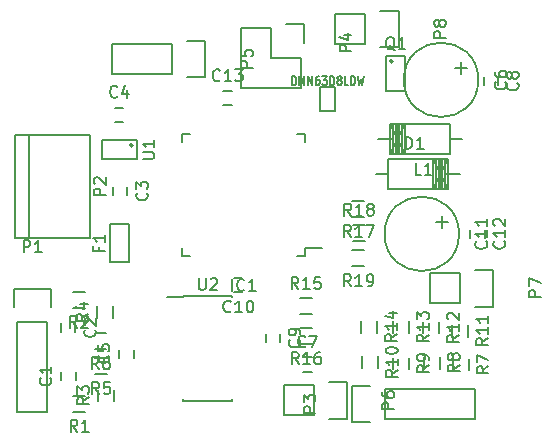
<source format=gbr>
G04 #@! TF.FileFunction,Legend,Top*
%FSLAX46Y46*%
G04 Gerber Fmt 4.6, Leading zero omitted, Abs format (unit mm)*
G04 Created by KiCad (PCBNEW (2015-08-05 BZR 6055, Git fa29c62)-product) date 28/09/2015 12:51:56 PM*
%MOMM*%
G01*
G04 APERTURE LIST*
%ADD10C,0.100000*%
%ADD11C,0.150000*%
%ADD12C,0.152400*%
%ADD13C,0.127000*%
G04 APERTURE END LIST*
D10*
D11*
X38719200Y-152282640D02*
X38719200Y-151582640D01*
X39919200Y-151582640D02*
X39919200Y-152282640D01*
X39878560Y-147488160D02*
X39878560Y-148188160D01*
X38678560Y-148188160D02*
X38678560Y-147488160D01*
X44282920Y-135926080D02*
X44282920Y-136626080D01*
X43082920Y-136626080D02*
X43082920Y-135926080D01*
X43264340Y-129216860D02*
X43964340Y-129216860D01*
X43964340Y-130416860D02*
X43264340Y-130416860D01*
X43626480Y-150405580D02*
X43626480Y-149705580D01*
X44826480Y-149705580D02*
X44826480Y-150405580D01*
X72555100Y-125867160D02*
X72555100Y-126367540D01*
X72555100Y-125867160D02*
X73055480Y-125867160D01*
X72555100Y-125366780D02*
X72555100Y-125867160D01*
X72555100Y-125867160D02*
X72156320Y-125867160D01*
X72156320Y-125867160D02*
X72054720Y-125867160D01*
X74005440Y-126867920D02*
G75*
G03X74005440Y-126867920I-3149600J0D01*
G01*
X59195220Y-150364900D02*
X59895220Y-150364900D01*
X59895220Y-151564900D02*
X59195220Y-151564900D01*
X75672240Y-126624600D02*
X75672240Y-127324600D01*
X74472240Y-127324600D02*
X74472240Y-126624600D01*
X57196280Y-148361920D02*
X57196280Y-149061920D01*
X55996280Y-149061920D02*
X55996280Y-148361920D01*
X70929500Y-138904980D02*
X70929500Y-139405360D01*
X70929500Y-138904980D02*
X71429880Y-138904980D01*
X70929500Y-138404600D02*
X70929500Y-138904980D01*
X70929500Y-138904980D02*
X70530720Y-138904980D01*
X70530720Y-138904980D02*
X70429120Y-138904980D01*
X72379840Y-139905740D02*
G75*
G03X72379840Y-139905740I-3149600J0D01*
G01*
X74541940Y-139543040D02*
X74541940Y-140243040D01*
X73341940Y-140243040D02*
X73341940Y-139543040D01*
X66360040Y-134800340D02*
X65344040Y-134800340D01*
X71186040Y-134800340D02*
X72456040Y-134800340D01*
X70932040Y-136070340D02*
X70932040Y-133530340D01*
X70678040Y-136070340D02*
X70678040Y-133530340D01*
X70424040Y-136070340D02*
X70424040Y-133530340D01*
X71186040Y-136070340D02*
X71186040Y-133530340D01*
X70170040Y-136070340D02*
X71440040Y-133530340D01*
X71440040Y-136070340D02*
X70170040Y-133530340D01*
X70170040Y-136070340D02*
X70170040Y-133530340D01*
X70805040Y-136070340D02*
X70805040Y-133530340D01*
X71440040Y-133530340D02*
X71440040Y-136070340D01*
X71440040Y-136070340D02*
X66360040Y-136070340D01*
X66360040Y-136070340D02*
X66360040Y-133530340D01*
X66360040Y-133530340D02*
X71440040Y-133530340D01*
X42865140Y-139105840D02*
X44465140Y-139105840D01*
X44465140Y-139105840D02*
X44465140Y-142305840D01*
X44465140Y-142305840D02*
X42865140Y-142305840D01*
X42865140Y-142305840D02*
X42865140Y-139105840D01*
X59302400Y-141801600D02*
X59302400Y-141131600D01*
X48952400Y-141801600D02*
X48952400Y-141131600D01*
X48952400Y-131451600D02*
X48952400Y-132121600D01*
X59302400Y-131451600D02*
X59302400Y-132121600D01*
X59302400Y-141801600D02*
X58632400Y-141801600D01*
X59302400Y-131451600D02*
X58632400Y-131451600D01*
X48952400Y-131451600D02*
X49622400Y-131451600D01*
X48952400Y-141801600D02*
X49622400Y-141801600D01*
X59302400Y-141131600D02*
X60777400Y-141131600D01*
X71577200Y-131899660D02*
X72593200Y-131899660D01*
X66751200Y-131899660D02*
X65481200Y-131899660D01*
X67005200Y-130629660D02*
X67005200Y-133169660D01*
X67259200Y-130629660D02*
X67259200Y-133169660D01*
X67513200Y-130629660D02*
X67513200Y-133169660D01*
X66751200Y-130629660D02*
X66751200Y-133169660D01*
X67767200Y-130629660D02*
X66497200Y-133169660D01*
X66497200Y-130629660D02*
X67767200Y-133169660D01*
X67767200Y-130629660D02*
X67767200Y-133169660D01*
X67132200Y-130629660D02*
X67132200Y-133169660D01*
X66497200Y-133169660D02*
X66497200Y-130629660D01*
X66497200Y-130629660D02*
X71577200Y-130629660D01*
X71577200Y-130629660D02*
X71577200Y-133169660D01*
X71577200Y-133169660D02*
X66497200Y-133169660D01*
X34988500Y-147370800D02*
X34988500Y-154990800D01*
X37528500Y-147370800D02*
X37528500Y-154990800D01*
X37808500Y-144550800D02*
X37808500Y-146100800D01*
X34988500Y-154990800D02*
X37528500Y-154990800D01*
X37528500Y-147370800D02*
X34988500Y-147370800D01*
X34708500Y-146100800D02*
X34708500Y-144550800D01*
X34708500Y-144550800D02*
X37808500Y-144550800D01*
X34747360Y-131549260D02*
X34747360Y-140249260D01*
X41152360Y-131549260D02*
X41152360Y-140249260D01*
X41152360Y-140249260D02*
X34747360Y-140249260D01*
X35977360Y-140249260D02*
X35977360Y-131549260D01*
X34747360Y-131549260D02*
X41152360Y-131549260D01*
X66131440Y-155580080D02*
X73751440Y-155580080D01*
X66131440Y-153040080D02*
X73751440Y-153040080D01*
X63311440Y-152760080D02*
X64861440Y-152760080D01*
X73751440Y-155580080D02*
X73751440Y-153040080D01*
X66131440Y-153040080D02*
X66131440Y-155580080D01*
X64861440Y-155860080D02*
X63311440Y-155860080D01*
X63311440Y-155860080D02*
X63311440Y-152760080D01*
X57718960Y-122168320D02*
X59268960Y-122168320D01*
X59268960Y-123718320D02*
X59268960Y-122168320D01*
X56448960Y-122448320D02*
X56448960Y-124988320D01*
X56448960Y-124988320D02*
X58988960Y-124988320D01*
X58988960Y-124988320D02*
X58988960Y-127528320D01*
X58988960Y-127528320D02*
X53908960Y-127528320D01*
X53908960Y-127528320D02*
X53908960Y-122448320D01*
X53908960Y-122448320D02*
X56448960Y-122448320D01*
X48072040Y-123819920D02*
X42992040Y-123819920D01*
X42992040Y-123819920D02*
X42992040Y-126359920D01*
X42992040Y-126359920D02*
X48072040Y-126359920D01*
X50892040Y-126639920D02*
X49342040Y-126639920D01*
X48072040Y-126359920D02*
X48072040Y-123819920D01*
X49342040Y-123539920D02*
X50892040Y-123539920D01*
X50892040Y-123539920D02*
X50892040Y-126639920D01*
X60058300Y-155282900D02*
X57518300Y-155282900D01*
X62878300Y-155562900D02*
X61328300Y-155562900D01*
X60058300Y-155282900D02*
X60058300Y-152742900D01*
X61328300Y-152462900D02*
X62878300Y-152462900D01*
X62878300Y-152462900D02*
X62878300Y-155562900D01*
X60058300Y-152742900D02*
X57518300Y-152742900D01*
X57518300Y-152742900D02*
X57518300Y-155282900D01*
X72471280Y-145775680D02*
X69931280Y-145775680D01*
X75291280Y-146055680D02*
X73741280Y-146055680D01*
X72471280Y-145775680D02*
X72471280Y-143235680D01*
X73741280Y-142955680D02*
X75291280Y-142955680D01*
X75291280Y-142955680D02*
X75291280Y-146055680D01*
X72471280Y-143235680D02*
X69931280Y-143235680D01*
X69931280Y-143235680D02*
X69931280Y-145775680D01*
X64444880Y-123840240D02*
X61904880Y-123840240D01*
X67264880Y-124120240D02*
X65714880Y-124120240D01*
X64444880Y-123840240D02*
X64444880Y-121300240D01*
X65714880Y-121020240D02*
X67264880Y-121020240D01*
X67264880Y-121020240D02*
X67264880Y-124120240D01*
X64444880Y-121300240D02*
X61904880Y-121300240D01*
X61904880Y-121300240D02*
X61904880Y-123840240D01*
X66777101Y-125309120D02*
G75*
G03X66777101Y-125309120I-141421J0D01*
G01*
X66235680Y-127809120D02*
X67835680Y-127809120D01*
X67835680Y-127809120D02*
X67835680Y-124809120D01*
X67835680Y-124809120D02*
X66235680Y-124809120D01*
X66235680Y-124809120D02*
X66235680Y-127809120D01*
X39733600Y-153614760D02*
X40733600Y-153614760D01*
X40733600Y-154964760D02*
X39733600Y-154964760D01*
X39718360Y-144806040D02*
X40718360Y-144806040D01*
X40718360Y-146156040D02*
X39718360Y-146156040D01*
X43159040Y-153088720D02*
X43159040Y-154088720D01*
X41809040Y-154088720D02*
X41809040Y-153088720D01*
X43075220Y-146022440D02*
X43075220Y-147022440D01*
X41725220Y-147022440D02*
X41725220Y-146022440D01*
X41577640Y-150427060D02*
X42577640Y-150427060D01*
X42577640Y-151777060D02*
X41577640Y-151777060D01*
X41521760Y-148334100D02*
X42521760Y-148334100D01*
X42521760Y-149684100D02*
X41521760Y-149684100D01*
X71842000Y-151459820D02*
X71842000Y-150459820D01*
X73192000Y-150459820D02*
X73192000Y-151459820D01*
X69406140Y-151309960D02*
X69406140Y-150309960D01*
X70756140Y-150309960D02*
X70756140Y-151309960D01*
X66812800Y-151383620D02*
X66812800Y-150383620D01*
X68162800Y-150383620D02*
X68162800Y-151383620D01*
X64148340Y-151269320D02*
X64148340Y-150269320D01*
X65498340Y-150269320D02*
X65498340Y-151269320D01*
X71803900Y-148602320D02*
X71803900Y-147602320D01*
X73153900Y-147602320D02*
X73153900Y-148602320D01*
X69329940Y-148338160D02*
X69329940Y-147338160D01*
X70679940Y-147338160D02*
X70679940Y-148338160D01*
X66774700Y-148297520D02*
X66774700Y-147297520D01*
X68124700Y-147297520D02*
X68124700Y-148297520D01*
X64110240Y-148259420D02*
X64110240Y-147259420D01*
X65460240Y-147259420D02*
X65460240Y-148259420D01*
X59923300Y-146686900D02*
X58923300Y-146686900D01*
X58923300Y-145336900D02*
X59923300Y-145336900D01*
X58948700Y-147902300D02*
X59948700Y-147902300D01*
X59948700Y-149252300D02*
X58948700Y-149252300D01*
X63358140Y-137147940D02*
X64358140Y-137147940D01*
X64358140Y-138497940D02*
X63358140Y-138497940D01*
X64396240Y-140491840D02*
X63396240Y-140491840D01*
X63396240Y-139141840D02*
X64396240Y-139141840D01*
X63358140Y-141313540D02*
X64358140Y-141313540D01*
X64358140Y-142663540D02*
X63358140Y-142663540D01*
X44783701Y-132391200D02*
G75*
G03X44783701Y-132391200I-141421J0D01*
G01*
X42142280Y-131991200D02*
X42142280Y-133591200D01*
X42142280Y-133591200D02*
X45142280Y-133591200D01*
X45142280Y-133591200D02*
X45142280Y-131991200D01*
X45142280Y-131991200D02*
X42142280Y-131991200D01*
X49042500Y-145130600D02*
X49042500Y-145245600D01*
X53192500Y-145130600D02*
X53192500Y-145245600D01*
X53192500Y-154030600D02*
X53192500Y-153915600D01*
X49042500Y-154030600D02*
X49042500Y-153915600D01*
X49042500Y-145130600D02*
X53192500Y-145130600D01*
X49042500Y-154030600D02*
X53192500Y-154030600D01*
X49042500Y-145245600D02*
X47667500Y-145245600D01*
D12*
X61894720Y-129489200D02*
X61894720Y-127457200D01*
X61894720Y-127457200D02*
X60624720Y-127457200D01*
X60624720Y-127457200D02*
X60624720Y-129489200D01*
X60624720Y-129489200D02*
X61894720Y-129489200D01*
D11*
X52436280Y-127827480D02*
X53136280Y-127827480D01*
X53136280Y-129027480D02*
X52436280Y-129027480D01*
X54045600Y-144800880D02*
X53345600Y-144800880D01*
X53345600Y-143600880D02*
X54045600Y-143600880D01*
X37776343Y-152099306D02*
X37823962Y-152146925D01*
X37871581Y-152289782D01*
X37871581Y-152385020D01*
X37823962Y-152527878D01*
X37728724Y-152623116D01*
X37633486Y-152670735D01*
X37443010Y-152718354D01*
X37300152Y-152718354D01*
X37109676Y-152670735D01*
X37014438Y-152623116D01*
X36919200Y-152527878D01*
X36871581Y-152385020D01*
X36871581Y-152289782D01*
X36919200Y-152146925D01*
X36966819Y-152099306D01*
X37871581Y-151146925D02*
X37871581Y-151718354D01*
X37871581Y-151432640D02*
X36871581Y-151432640D01*
X37014438Y-151527878D01*
X37109676Y-151623116D01*
X37157295Y-151718354D01*
X41535703Y-148004826D02*
X41583322Y-148052445D01*
X41630941Y-148195302D01*
X41630941Y-148290540D01*
X41583322Y-148433398D01*
X41488084Y-148528636D01*
X41392846Y-148576255D01*
X41202370Y-148623874D01*
X41059512Y-148623874D01*
X40869036Y-148576255D01*
X40773798Y-148528636D01*
X40678560Y-148433398D01*
X40630941Y-148290540D01*
X40630941Y-148195302D01*
X40678560Y-148052445D01*
X40726179Y-148004826D01*
X40726179Y-147623874D02*
X40678560Y-147576255D01*
X40630941Y-147481017D01*
X40630941Y-147242921D01*
X40678560Y-147147683D01*
X40726179Y-147100064D01*
X40821417Y-147052445D01*
X40916655Y-147052445D01*
X41059512Y-147100064D01*
X41630941Y-147671493D01*
X41630941Y-147052445D01*
X45940063Y-136442746D02*
X45987682Y-136490365D01*
X46035301Y-136633222D01*
X46035301Y-136728460D01*
X45987682Y-136871318D01*
X45892444Y-136966556D01*
X45797206Y-137014175D01*
X45606730Y-137061794D01*
X45463872Y-137061794D01*
X45273396Y-137014175D01*
X45178158Y-136966556D01*
X45082920Y-136871318D01*
X45035301Y-136728460D01*
X45035301Y-136633222D01*
X45082920Y-136490365D01*
X45130539Y-136442746D01*
X45035301Y-136109413D02*
X45035301Y-135490365D01*
X45416253Y-135823699D01*
X45416253Y-135680841D01*
X45463872Y-135585603D01*
X45511491Y-135537984D01*
X45606730Y-135490365D01*
X45844825Y-135490365D01*
X45940063Y-135537984D01*
X45987682Y-135585603D01*
X46035301Y-135680841D01*
X46035301Y-135966556D01*
X45987682Y-136061794D01*
X45940063Y-136109413D01*
X43447674Y-128274003D02*
X43400055Y-128321622D01*
X43257198Y-128369241D01*
X43161960Y-128369241D01*
X43019102Y-128321622D01*
X42923864Y-128226384D01*
X42876245Y-128131146D01*
X42828626Y-127940670D01*
X42828626Y-127797812D01*
X42876245Y-127607336D01*
X42923864Y-127512098D01*
X43019102Y-127416860D01*
X43161960Y-127369241D01*
X43257198Y-127369241D01*
X43400055Y-127416860D01*
X43447674Y-127464479D01*
X44304817Y-127702574D02*
X44304817Y-128369241D01*
X44066721Y-127321622D02*
X43828626Y-128035908D01*
X44447674Y-128035908D01*
X42683623Y-150222246D02*
X42731242Y-150269865D01*
X42778861Y-150412722D01*
X42778861Y-150507960D01*
X42731242Y-150650818D01*
X42636004Y-150746056D01*
X42540766Y-150793675D01*
X42350290Y-150841294D01*
X42207432Y-150841294D01*
X42016956Y-150793675D01*
X41921718Y-150746056D01*
X41826480Y-150650818D01*
X41778861Y-150507960D01*
X41778861Y-150412722D01*
X41826480Y-150269865D01*
X41874099Y-150222246D01*
X41778861Y-149317484D02*
X41778861Y-149793675D01*
X42255051Y-149841294D01*
X42207432Y-149793675D01*
X42159813Y-149698437D01*
X42159813Y-149460341D01*
X42207432Y-149365103D01*
X42255051Y-149317484D01*
X42350290Y-149269865D01*
X42588385Y-149269865D01*
X42683623Y-149317484D01*
X42731242Y-149365103D01*
X42778861Y-149460341D01*
X42778861Y-149698437D01*
X42731242Y-149793675D01*
X42683623Y-149841294D01*
X76292983Y-127034586D02*
X76340602Y-127082205D01*
X76388221Y-127225062D01*
X76388221Y-127320300D01*
X76340602Y-127463158D01*
X76245364Y-127558396D01*
X76150126Y-127606015D01*
X75959650Y-127653634D01*
X75816792Y-127653634D01*
X75626316Y-127606015D01*
X75531078Y-127558396D01*
X75435840Y-127463158D01*
X75388221Y-127320300D01*
X75388221Y-127225062D01*
X75435840Y-127082205D01*
X75483459Y-127034586D01*
X75388221Y-126177443D02*
X75388221Y-126367920D01*
X75435840Y-126463158D01*
X75483459Y-126510777D01*
X75626316Y-126606015D01*
X75816792Y-126653634D01*
X76197745Y-126653634D01*
X76292983Y-126606015D01*
X76340602Y-126558396D01*
X76388221Y-126463158D01*
X76388221Y-126272681D01*
X76340602Y-126177443D01*
X76292983Y-126129824D01*
X76197745Y-126082205D01*
X75959650Y-126082205D01*
X75864411Y-126129824D01*
X75816792Y-126177443D01*
X75769173Y-126272681D01*
X75769173Y-126463158D01*
X75816792Y-126558396D01*
X75864411Y-126606015D01*
X75959650Y-126653634D01*
X59378554Y-149422043D02*
X59330935Y-149469662D01*
X59188078Y-149517281D01*
X59092840Y-149517281D01*
X58949982Y-149469662D01*
X58854744Y-149374424D01*
X58807125Y-149279186D01*
X58759506Y-149088710D01*
X58759506Y-148945852D01*
X58807125Y-148755376D01*
X58854744Y-148660138D01*
X58949982Y-148564900D01*
X59092840Y-148517281D01*
X59188078Y-148517281D01*
X59330935Y-148564900D01*
X59378554Y-148612519D01*
X59711887Y-148517281D02*
X60378554Y-148517281D01*
X59949982Y-149517281D01*
X77329383Y-127141266D02*
X77377002Y-127188885D01*
X77424621Y-127331742D01*
X77424621Y-127426980D01*
X77377002Y-127569838D01*
X77281764Y-127665076D01*
X77186526Y-127712695D01*
X76996050Y-127760314D01*
X76853192Y-127760314D01*
X76662716Y-127712695D01*
X76567478Y-127665076D01*
X76472240Y-127569838D01*
X76424621Y-127426980D01*
X76424621Y-127331742D01*
X76472240Y-127188885D01*
X76519859Y-127141266D01*
X76853192Y-126569838D02*
X76805573Y-126665076D01*
X76757954Y-126712695D01*
X76662716Y-126760314D01*
X76615097Y-126760314D01*
X76519859Y-126712695D01*
X76472240Y-126665076D01*
X76424621Y-126569838D01*
X76424621Y-126379361D01*
X76472240Y-126284123D01*
X76519859Y-126236504D01*
X76615097Y-126188885D01*
X76662716Y-126188885D01*
X76757954Y-126236504D01*
X76805573Y-126284123D01*
X76853192Y-126379361D01*
X76853192Y-126569838D01*
X76900811Y-126665076D01*
X76948430Y-126712695D01*
X77043669Y-126760314D01*
X77234145Y-126760314D01*
X77329383Y-126712695D01*
X77377002Y-126665076D01*
X77424621Y-126569838D01*
X77424621Y-126379361D01*
X77377002Y-126284123D01*
X77329383Y-126236504D01*
X77234145Y-126188885D01*
X77043669Y-126188885D01*
X76948430Y-126236504D01*
X76900811Y-126284123D01*
X76853192Y-126379361D01*
X58853423Y-148878586D02*
X58901042Y-148926205D01*
X58948661Y-149069062D01*
X58948661Y-149164300D01*
X58901042Y-149307158D01*
X58805804Y-149402396D01*
X58710566Y-149450015D01*
X58520090Y-149497634D01*
X58377232Y-149497634D01*
X58186756Y-149450015D01*
X58091518Y-149402396D01*
X57996280Y-149307158D01*
X57948661Y-149164300D01*
X57948661Y-149069062D01*
X57996280Y-148926205D01*
X58043899Y-148878586D01*
X58948661Y-148402396D02*
X58948661Y-148211920D01*
X58901042Y-148116681D01*
X58853423Y-148069062D01*
X58710566Y-147973824D01*
X58520090Y-147926205D01*
X58139137Y-147926205D01*
X58043899Y-147973824D01*
X57996280Y-148021443D01*
X57948661Y-148116681D01*
X57948661Y-148307158D01*
X57996280Y-148402396D01*
X58043899Y-148450015D01*
X58139137Y-148497634D01*
X58377232Y-148497634D01*
X58472470Y-148450015D01*
X58520090Y-148402396D01*
X58567709Y-148307158D01*
X58567709Y-148116681D01*
X58520090Y-148021443D01*
X58472470Y-147973824D01*
X58377232Y-147926205D01*
X74667383Y-140548597D02*
X74715002Y-140596216D01*
X74762621Y-140739073D01*
X74762621Y-140834311D01*
X74715002Y-140977169D01*
X74619764Y-141072407D01*
X74524526Y-141120026D01*
X74334050Y-141167645D01*
X74191192Y-141167645D01*
X74000716Y-141120026D01*
X73905478Y-141072407D01*
X73810240Y-140977169D01*
X73762621Y-140834311D01*
X73762621Y-140739073D01*
X73810240Y-140596216D01*
X73857859Y-140548597D01*
X74762621Y-139596216D02*
X74762621Y-140167645D01*
X74762621Y-139881931D02*
X73762621Y-139881931D01*
X73905478Y-139977169D01*
X74000716Y-140072407D01*
X74048335Y-140167645D01*
X74762621Y-138643835D02*
X74762621Y-139215264D01*
X74762621Y-138929550D02*
X73762621Y-138929550D01*
X73905478Y-139024788D01*
X74000716Y-139120026D01*
X74048335Y-139215264D01*
X76199083Y-140535897D02*
X76246702Y-140583516D01*
X76294321Y-140726373D01*
X76294321Y-140821611D01*
X76246702Y-140964469D01*
X76151464Y-141059707D01*
X76056226Y-141107326D01*
X75865750Y-141154945D01*
X75722892Y-141154945D01*
X75532416Y-141107326D01*
X75437178Y-141059707D01*
X75341940Y-140964469D01*
X75294321Y-140821611D01*
X75294321Y-140726373D01*
X75341940Y-140583516D01*
X75389559Y-140535897D01*
X76294321Y-139583516D02*
X76294321Y-140154945D01*
X76294321Y-139869231D02*
X75294321Y-139869231D01*
X75437178Y-139964469D01*
X75532416Y-140059707D01*
X75580035Y-140154945D01*
X75389559Y-139202564D02*
X75341940Y-139154945D01*
X75294321Y-139059707D01*
X75294321Y-138821611D01*
X75341940Y-138726373D01*
X75389559Y-138678754D01*
X75484797Y-138631135D01*
X75580035Y-138631135D01*
X75722892Y-138678754D01*
X76294321Y-139250183D01*
X76294321Y-138631135D01*
X67854605Y-132712721D02*
X67854605Y-131712721D01*
X68092700Y-131712721D01*
X68235558Y-131760340D01*
X68330796Y-131855578D01*
X68378415Y-131950816D01*
X68426034Y-132141292D01*
X68426034Y-132284150D01*
X68378415Y-132474626D01*
X68330796Y-132569864D01*
X68235558Y-132665102D01*
X68092700Y-132712721D01*
X67854605Y-132712721D01*
X69378415Y-132712721D02*
X68806986Y-132712721D01*
X69092700Y-132712721D02*
X69092700Y-131712721D01*
X68997462Y-131855578D01*
X68902224Y-131950816D01*
X68806986Y-131998435D01*
X41893711Y-141039173D02*
X41893711Y-141372507D01*
X42417521Y-141372507D02*
X41417521Y-141372507D01*
X41417521Y-140896316D01*
X42417521Y-139991554D02*
X42417521Y-140562983D01*
X42417521Y-140277269D02*
X41417521Y-140277269D01*
X41560378Y-140372507D01*
X41655616Y-140467745D01*
X41703235Y-140562983D01*
X53151210Y-144728981D02*
X53151210Y-143728981D01*
X54198829Y-144633743D02*
X54151210Y-144681362D01*
X54008353Y-144728981D01*
X53913115Y-144728981D01*
X53770257Y-144681362D01*
X53675019Y-144586124D01*
X53627400Y-144490886D01*
X53579781Y-144300410D01*
X53579781Y-144157552D01*
X53627400Y-143967076D01*
X53675019Y-143871838D01*
X53770257Y-143776600D01*
X53913115Y-143728981D01*
X54008353Y-143728981D01*
X54151210Y-143776600D01*
X54198829Y-143824219D01*
X55151210Y-144728981D02*
X54579781Y-144728981D01*
X54865495Y-144728981D02*
X54865495Y-143728981D01*
X54770257Y-143871838D01*
X54675019Y-143967076D01*
X54579781Y-144014695D01*
X69177874Y-134892041D02*
X68701683Y-134892041D01*
X68701683Y-133892041D01*
X70035017Y-134892041D02*
X69463588Y-134892041D01*
X69749302Y-134892041D02*
X69749302Y-133892041D01*
X69654064Y-134034898D01*
X69558826Y-134130136D01*
X69463588Y-134177755D01*
X35520405Y-141453181D02*
X35520405Y-140453181D01*
X35901358Y-140453181D01*
X35996596Y-140500800D01*
X36044215Y-140548419D01*
X36091834Y-140643657D01*
X36091834Y-140786514D01*
X36044215Y-140881752D01*
X35996596Y-140929371D01*
X35901358Y-140976990D01*
X35520405Y-140976990D01*
X37044215Y-141453181D02*
X36472786Y-141453181D01*
X36758500Y-141453181D02*
X36758500Y-140453181D01*
X36663262Y-140596038D01*
X36568024Y-140691276D01*
X36472786Y-140738895D01*
X42467201Y-136638255D02*
X41467201Y-136638255D01*
X41467201Y-136257302D01*
X41514820Y-136162064D01*
X41562439Y-136114445D01*
X41657677Y-136066826D01*
X41800534Y-136066826D01*
X41895772Y-136114445D01*
X41943391Y-136162064D01*
X41991010Y-136257302D01*
X41991010Y-136638255D01*
X41562439Y-135685874D02*
X41514820Y-135638255D01*
X41467201Y-135543017D01*
X41467201Y-135304921D01*
X41514820Y-135209683D01*
X41562439Y-135162064D01*
X41657677Y-135114445D01*
X41752915Y-135114445D01*
X41895772Y-135162064D01*
X42467201Y-135733493D01*
X42467201Y-135114445D01*
X60213821Y-155048175D02*
X59213821Y-155048175D01*
X59213821Y-154667222D01*
X59261440Y-154571984D01*
X59309059Y-154524365D01*
X59404297Y-154476746D01*
X59547154Y-154476746D01*
X59642392Y-154524365D01*
X59690011Y-154571984D01*
X59737630Y-154667222D01*
X59737630Y-155048175D01*
X59213821Y-154143413D02*
X59213821Y-153524365D01*
X59594773Y-153857699D01*
X59594773Y-153714841D01*
X59642392Y-153619603D01*
X59690011Y-153571984D01*
X59785250Y-153524365D01*
X60023345Y-153524365D01*
X60118583Y-153571984D01*
X60166202Y-153619603D01*
X60213821Y-153714841D01*
X60213821Y-154000556D01*
X60166202Y-154095794D01*
X60118583Y-154143413D01*
X63271341Y-124456415D02*
X62271341Y-124456415D01*
X62271341Y-124075462D01*
X62318960Y-123980224D01*
X62366579Y-123932605D01*
X62461817Y-123884986D01*
X62604674Y-123884986D01*
X62699912Y-123932605D01*
X62747531Y-123980224D01*
X62795150Y-124075462D01*
X62795150Y-124456415D01*
X62604674Y-123027843D02*
X63271341Y-123027843D01*
X62223722Y-123265939D02*
X62938008Y-123504034D01*
X62938008Y-122884986D01*
X54894421Y-125828015D02*
X53894421Y-125828015D01*
X53894421Y-125447062D01*
X53942040Y-125351824D01*
X53989659Y-125304205D01*
X54084897Y-125256586D01*
X54227754Y-125256586D01*
X54322992Y-125304205D01*
X54370611Y-125351824D01*
X54418230Y-125447062D01*
X54418230Y-125828015D01*
X53894421Y-124351824D02*
X53894421Y-124828015D01*
X54370611Y-124875634D01*
X54322992Y-124828015D01*
X54275373Y-124732777D01*
X54275373Y-124494681D01*
X54322992Y-124399443D01*
X54370611Y-124351824D01*
X54465850Y-124304205D01*
X54703945Y-124304205D01*
X54799183Y-124351824D01*
X54846802Y-124399443D01*
X54894421Y-124494681D01*
X54894421Y-124732777D01*
X54846802Y-124828015D01*
X54799183Y-124875634D01*
X66880681Y-154750995D02*
X65880681Y-154750995D01*
X65880681Y-154370042D01*
X65928300Y-154274804D01*
X65975919Y-154227185D01*
X66071157Y-154179566D01*
X66214014Y-154179566D01*
X66309252Y-154227185D01*
X66356871Y-154274804D01*
X66404490Y-154370042D01*
X66404490Y-154750995D01*
X65880681Y-153322423D02*
X65880681Y-153512900D01*
X65928300Y-153608138D01*
X65975919Y-153655757D01*
X66118776Y-153750995D01*
X66309252Y-153798614D01*
X66690205Y-153798614D01*
X66785443Y-153750995D01*
X66833062Y-153703376D01*
X66880681Y-153608138D01*
X66880681Y-153417661D01*
X66833062Y-153322423D01*
X66785443Y-153274804D01*
X66690205Y-153227185D01*
X66452110Y-153227185D01*
X66356871Y-153274804D01*
X66309252Y-153322423D01*
X66261633Y-153417661D01*
X66261633Y-153608138D01*
X66309252Y-153703376D01*
X66356871Y-153750995D01*
X66452110Y-153798614D01*
X79293661Y-145243775D02*
X78293661Y-145243775D01*
X78293661Y-144862822D01*
X78341280Y-144767584D01*
X78388899Y-144719965D01*
X78484137Y-144672346D01*
X78626994Y-144672346D01*
X78722232Y-144719965D01*
X78769851Y-144767584D01*
X78817470Y-144862822D01*
X78817470Y-145243775D01*
X78293661Y-144339013D02*
X78293661Y-143672346D01*
X79293661Y-144100918D01*
X71267261Y-123308335D02*
X70267261Y-123308335D01*
X70267261Y-122927382D01*
X70314880Y-122832144D01*
X70362499Y-122784525D01*
X70457737Y-122736906D01*
X70600594Y-122736906D01*
X70695832Y-122784525D01*
X70743451Y-122832144D01*
X70791070Y-122927382D01*
X70791070Y-123308335D01*
X70695832Y-122165478D02*
X70648213Y-122260716D01*
X70600594Y-122308335D01*
X70505356Y-122355954D01*
X70457737Y-122355954D01*
X70362499Y-122308335D01*
X70314880Y-122260716D01*
X70267261Y-122165478D01*
X70267261Y-121975001D01*
X70314880Y-121879763D01*
X70362499Y-121832144D01*
X70457737Y-121784525D01*
X70505356Y-121784525D01*
X70600594Y-121832144D01*
X70648213Y-121879763D01*
X70695832Y-121975001D01*
X70695832Y-122165478D01*
X70743451Y-122260716D01*
X70791070Y-122308335D01*
X70886309Y-122355954D01*
X71076785Y-122355954D01*
X71172023Y-122308335D01*
X71219642Y-122260716D01*
X71267261Y-122165478D01*
X71267261Y-121975001D01*
X71219642Y-121879763D01*
X71172023Y-121832144D01*
X71076785Y-121784525D01*
X70886309Y-121784525D01*
X70791070Y-121832144D01*
X70743451Y-121879763D01*
X70695832Y-121975001D01*
X66940442Y-124356739D02*
X66845204Y-124309120D01*
X66749966Y-124213882D01*
X66607109Y-124071025D01*
X66511870Y-124023406D01*
X66416632Y-124023406D01*
X66464251Y-124261501D02*
X66369013Y-124213882D01*
X66273775Y-124118644D01*
X66226156Y-123928168D01*
X66226156Y-123594834D01*
X66273775Y-123404358D01*
X66369013Y-123309120D01*
X66464251Y-123261501D01*
X66654728Y-123261501D01*
X66749966Y-123309120D01*
X66845204Y-123404358D01*
X66892823Y-123594834D01*
X66892823Y-123928168D01*
X66845204Y-124118644D01*
X66749966Y-124213882D01*
X66654728Y-124261501D01*
X66464251Y-124261501D01*
X67845204Y-124261501D02*
X67273775Y-124261501D01*
X67559489Y-124261501D02*
X67559489Y-123261501D01*
X67464251Y-123404358D01*
X67369013Y-123499596D01*
X67273775Y-123547215D01*
X40066934Y-156642141D02*
X39733600Y-156165950D01*
X39495505Y-156642141D02*
X39495505Y-155642141D01*
X39876458Y-155642141D01*
X39971696Y-155689760D01*
X40019315Y-155737379D01*
X40066934Y-155832617D01*
X40066934Y-155975474D01*
X40019315Y-156070712D01*
X39971696Y-156118331D01*
X39876458Y-156165950D01*
X39495505Y-156165950D01*
X41019315Y-156642141D02*
X40447886Y-156642141D01*
X40733600Y-156642141D02*
X40733600Y-155642141D01*
X40638362Y-155784998D01*
X40543124Y-155880236D01*
X40447886Y-155927855D01*
X40051694Y-147833421D02*
X39718360Y-147357230D01*
X39480265Y-147833421D02*
X39480265Y-146833421D01*
X39861218Y-146833421D01*
X39956456Y-146881040D01*
X40004075Y-146928659D01*
X40051694Y-147023897D01*
X40051694Y-147166754D01*
X40004075Y-147261992D01*
X39956456Y-147309611D01*
X39861218Y-147357230D01*
X39480265Y-147357230D01*
X40432646Y-146928659D02*
X40480265Y-146881040D01*
X40575503Y-146833421D01*
X40813599Y-146833421D01*
X40908837Y-146881040D01*
X40956456Y-146928659D01*
X41004075Y-147023897D01*
X41004075Y-147119135D01*
X40956456Y-147261992D01*
X40385027Y-147833421D01*
X41004075Y-147833421D01*
X41036421Y-153755386D02*
X40560230Y-154088720D01*
X41036421Y-154326815D02*
X40036421Y-154326815D01*
X40036421Y-153945862D01*
X40084040Y-153850624D01*
X40131659Y-153803005D01*
X40226897Y-153755386D01*
X40369754Y-153755386D01*
X40464992Y-153803005D01*
X40512611Y-153850624D01*
X40560230Y-153945862D01*
X40560230Y-154326815D01*
X40036421Y-153422053D02*
X40036421Y-152803005D01*
X40417373Y-153136339D01*
X40417373Y-152993481D01*
X40464992Y-152898243D01*
X40512611Y-152850624D01*
X40607850Y-152803005D01*
X40845945Y-152803005D01*
X40941183Y-152850624D01*
X40988802Y-152898243D01*
X41036421Y-152993481D01*
X41036421Y-153279196D01*
X40988802Y-153374434D01*
X40941183Y-153422053D01*
X40952601Y-146689106D02*
X40476410Y-147022440D01*
X40952601Y-147260535D02*
X39952601Y-147260535D01*
X39952601Y-146879582D01*
X40000220Y-146784344D01*
X40047839Y-146736725D01*
X40143077Y-146689106D01*
X40285934Y-146689106D01*
X40381172Y-146736725D01*
X40428791Y-146784344D01*
X40476410Y-146879582D01*
X40476410Y-147260535D01*
X40285934Y-145831963D02*
X40952601Y-145831963D01*
X39904982Y-146070059D02*
X40619268Y-146308154D01*
X40619268Y-145689106D01*
X41910974Y-153454441D02*
X41577640Y-152978250D01*
X41339545Y-153454441D02*
X41339545Y-152454441D01*
X41720498Y-152454441D01*
X41815736Y-152502060D01*
X41863355Y-152549679D01*
X41910974Y-152644917D01*
X41910974Y-152787774D01*
X41863355Y-152883012D01*
X41815736Y-152930631D01*
X41720498Y-152978250D01*
X41339545Y-152978250D01*
X42815736Y-152454441D02*
X42339545Y-152454441D01*
X42291926Y-152930631D01*
X42339545Y-152883012D01*
X42434783Y-152835393D01*
X42672879Y-152835393D01*
X42768117Y-152883012D01*
X42815736Y-152930631D01*
X42863355Y-153025870D01*
X42863355Y-153263965D01*
X42815736Y-153359203D01*
X42768117Y-153406822D01*
X42672879Y-153454441D01*
X42434783Y-153454441D01*
X42339545Y-153406822D01*
X42291926Y-153359203D01*
X41855094Y-151361481D02*
X41521760Y-150885290D01*
X41283665Y-151361481D02*
X41283665Y-150361481D01*
X41664618Y-150361481D01*
X41759856Y-150409100D01*
X41807475Y-150456719D01*
X41855094Y-150551957D01*
X41855094Y-150694814D01*
X41807475Y-150790052D01*
X41759856Y-150837671D01*
X41664618Y-150885290D01*
X41283665Y-150885290D01*
X42712237Y-150361481D02*
X42521760Y-150361481D01*
X42426522Y-150409100D01*
X42378903Y-150456719D01*
X42283665Y-150599576D01*
X42236046Y-150790052D01*
X42236046Y-151171005D01*
X42283665Y-151266243D01*
X42331284Y-151313862D01*
X42426522Y-151361481D01*
X42616999Y-151361481D01*
X42712237Y-151313862D01*
X42759856Y-151266243D01*
X42807475Y-151171005D01*
X42807475Y-150932910D01*
X42759856Y-150837671D01*
X42712237Y-150790052D01*
X42616999Y-150742433D01*
X42426522Y-150742433D01*
X42331284Y-150790052D01*
X42283665Y-150837671D01*
X42236046Y-150932910D01*
X74869381Y-151126486D02*
X74393190Y-151459820D01*
X74869381Y-151697915D02*
X73869381Y-151697915D01*
X73869381Y-151316962D01*
X73917000Y-151221724D01*
X73964619Y-151174105D01*
X74059857Y-151126486D01*
X74202714Y-151126486D01*
X74297952Y-151174105D01*
X74345571Y-151221724D01*
X74393190Y-151316962D01*
X74393190Y-151697915D01*
X73869381Y-150793153D02*
X73869381Y-150126486D01*
X74869381Y-150555058D01*
X72433521Y-150976626D02*
X71957330Y-151309960D01*
X72433521Y-151548055D02*
X71433521Y-151548055D01*
X71433521Y-151167102D01*
X71481140Y-151071864D01*
X71528759Y-151024245D01*
X71623997Y-150976626D01*
X71766854Y-150976626D01*
X71862092Y-151024245D01*
X71909711Y-151071864D01*
X71957330Y-151167102D01*
X71957330Y-151548055D01*
X71862092Y-150405198D02*
X71814473Y-150500436D01*
X71766854Y-150548055D01*
X71671616Y-150595674D01*
X71623997Y-150595674D01*
X71528759Y-150548055D01*
X71481140Y-150500436D01*
X71433521Y-150405198D01*
X71433521Y-150214721D01*
X71481140Y-150119483D01*
X71528759Y-150071864D01*
X71623997Y-150024245D01*
X71671616Y-150024245D01*
X71766854Y-150071864D01*
X71814473Y-150119483D01*
X71862092Y-150214721D01*
X71862092Y-150405198D01*
X71909711Y-150500436D01*
X71957330Y-150548055D01*
X72052569Y-150595674D01*
X72243045Y-150595674D01*
X72338283Y-150548055D01*
X72385902Y-150500436D01*
X72433521Y-150405198D01*
X72433521Y-150214721D01*
X72385902Y-150119483D01*
X72338283Y-150071864D01*
X72243045Y-150024245D01*
X72052569Y-150024245D01*
X71957330Y-150071864D01*
X71909711Y-150119483D01*
X71862092Y-150214721D01*
X69840181Y-151050286D02*
X69363990Y-151383620D01*
X69840181Y-151621715D02*
X68840181Y-151621715D01*
X68840181Y-151240762D01*
X68887800Y-151145524D01*
X68935419Y-151097905D01*
X69030657Y-151050286D01*
X69173514Y-151050286D01*
X69268752Y-151097905D01*
X69316371Y-151145524D01*
X69363990Y-151240762D01*
X69363990Y-151621715D01*
X69840181Y-150574096D02*
X69840181Y-150383620D01*
X69792562Y-150288381D01*
X69744943Y-150240762D01*
X69602086Y-150145524D01*
X69411610Y-150097905D01*
X69030657Y-150097905D01*
X68935419Y-150145524D01*
X68887800Y-150193143D01*
X68840181Y-150288381D01*
X68840181Y-150478858D01*
X68887800Y-150574096D01*
X68935419Y-150621715D01*
X69030657Y-150669334D01*
X69268752Y-150669334D01*
X69363990Y-150621715D01*
X69411610Y-150574096D01*
X69459229Y-150478858D01*
X69459229Y-150288381D01*
X69411610Y-150193143D01*
X69363990Y-150145524D01*
X69268752Y-150097905D01*
X67175721Y-151412177D02*
X66699530Y-151745511D01*
X67175721Y-151983606D02*
X66175721Y-151983606D01*
X66175721Y-151602653D01*
X66223340Y-151507415D01*
X66270959Y-151459796D01*
X66366197Y-151412177D01*
X66509054Y-151412177D01*
X66604292Y-151459796D01*
X66651911Y-151507415D01*
X66699530Y-151602653D01*
X66699530Y-151983606D01*
X67175721Y-150459796D02*
X67175721Y-151031225D01*
X67175721Y-150745511D02*
X66175721Y-150745511D01*
X66318578Y-150840749D01*
X66413816Y-150935987D01*
X66461435Y-151031225D01*
X66175721Y-149840749D02*
X66175721Y-149745510D01*
X66223340Y-149650272D01*
X66270959Y-149602653D01*
X66366197Y-149555034D01*
X66556673Y-149507415D01*
X66794769Y-149507415D01*
X66985245Y-149555034D01*
X67080483Y-149602653D01*
X67128102Y-149650272D01*
X67175721Y-149745510D01*
X67175721Y-149840749D01*
X67128102Y-149935987D01*
X67080483Y-149983606D01*
X66985245Y-150031225D01*
X66794769Y-150078844D01*
X66556673Y-150078844D01*
X66366197Y-150031225D01*
X66270959Y-149983606D01*
X66223340Y-149935987D01*
X66175721Y-149840749D01*
X74831281Y-148745177D02*
X74355090Y-149078511D01*
X74831281Y-149316606D02*
X73831281Y-149316606D01*
X73831281Y-148935653D01*
X73878900Y-148840415D01*
X73926519Y-148792796D01*
X74021757Y-148745177D01*
X74164614Y-148745177D01*
X74259852Y-148792796D01*
X74307471Y-148840415D01*
X74355090Y-148935653D01*
X74355090Y-149316606D01*
X74831281Y-147792796D02*
X74831281Y-148364225D01*
X74831281Y-148078511D02*
X73831281Y-148078511D01*
X73974138Y-148173749D01*
X74069376Y-148268987D01*
X74116995Y-148364225D01*
X74831281Y-146840415D02*
X74831281Y-147411844D01*
X74831281Y-147126130D02*
X73831281Y-147126130D01*
X73974138Y-147221368D01*
X74069376Y-147316606D01*
X74116995Y-147411844D01*
X72357321Y-148481017D02*
X71881130Y-148814351D01*
X72357321Y-149052446D02*
X71357321Y-149052446D01*
X71357321Y-148671493D01*
X71404940Y-148576255D01*
X71452559Y-148528636D01*
X71547797Y-148481017D01*
X71690654Y-148481017D01*
X71785892Y-148528636D01*
X71833511Y-148576255D01*
X71881130Y-148671493D01*
X71881130Y-149052446D01*
X72357321Y-147528636D02*
X72357321Y-148100065D01*
X72357321Y-147814351D02*
X71357321Y-147814351D01*
X71500178Y-147909589D01*
X71595416Y-148004827D01*
X71643035Y-148100065D01*
X71452559Y-147147684D02*
X71404940Y-147100065D01*
X71357321Y-147004827D01*
X71357321Y-146766731D01*
X71404940Y-146671493D01*
X71452559Y-146623874D01*
X71547797Y-146576255D01*
X71643035Y-146576255D01*
X71785892Y-146623874D01*
X72357321Y-147195303D01*
X72357321Y-146576255D01*
X69802081Y-148440377D02*
X69325890Y-148773711D01*
X69802081Y-149011806D02*
X68802081Y-149011806D01*
X68802081Y-148630853D01*
X68849700Y-148535615D01*
X68897319Y-148487996D01*
X68992557Y-148440377D01*
X69135414Y-148440377D01*
X69230652Y-148487996D01*
X69278271Y-148535615D01*
X69325890Y-148630853D01*
X69325890Y-149011806D01*
X69802081Y-147487996D02*
X69802081Y-148059425D01*
X69802081Y-147773711D02*
X68802081Y-147773711D01*
X68944938Y-147868949D01*
X69040176Y-147964187D01*
X69087795Y-148059425D01*
X68802081Y-147154663D02*
X68802081Y-146535615D01*
X69183033Y-146868949D01*
X69183033Y-146726091D01*
X69230652Y-146630853D01*
X69278271Y-146583234D01*
X69373510Y-146535615D01*
X69611605Y-146535615D01*
X69706843Y-146583234D01*
X69754462Y-146630853D01*
X69802081Y-146726091D01*
X69802081Y-147011806D01*
X69754462Y-147107044D01*
X69706843Y-147154663D01*
X67137621Y-148402277D02*
X66661430Y-148735611D01*
X67137621Y-148973706D02*
X66137621Y-148973706D01*
X66137621Y-148592753D01*
X66185240Y-148497515D01*
X66232859Y-148449896D01*
X66328097Y-148402277D01*
X66470954Y-148402277D01*
X66566192Y-148449896D01*
X66613811Y-148497515D01*
X66661430Y-148592753D01*
X66661430Y-148973706D01*
X67137621Y-147449896D02*
X67137621Y-148021325D01*
X67137621Y-147735611D02*
X66137621Y-147735611D01*
X66280478Y-147830849D01*
X66375716Y-147926087D01*
X66423335Y-148021325D01*
X66470954Y-146592753D02*
X67137621Y-146592753D01*
X66090002Y-146830849D02*
X66804288Y-147068944D01*
X66804288Y-146449896D01*
X58780443Y-144564281D02*
X58447109Y-144088090D01*
X58209014Y-144564281D02*
X58209014Y-143564281D01*
X58589967Y-143564281D01*
X58685205Y-143611900D01*
X58732824Y-143659519D01*
X58780443Y-143754757D01*
X58780443Y-143897614D01*
X58732824Y-143992852D01*
X58685205Y-144040471D01*
X58589967Y-144088090D01*
X58209014Y-144088090D01*
X59732824Y-144564281D02*
X59161395Y-144564281D01*
X59447109Y-144564281D02*
X59447109Y-143564281D01*
X59351871Y-143707138D01*
X59256633Y-143802376D01*
X59161395Y-143849995D01*
X60637586Y-143564281D02*
X60161395Y-143564281D01*
X60113776Y-144040471D01*
X60161395Y-143992852D01*
X60256633Y-143945233D01*
X60494729Y-143945233D01*
X60589967Y-143992852D01*
X60637586Y-144040471D01*
X60685205Y-144135710D01*
X60685205Y-144373805D01*
X60637586Y-144469043D01*
X60589967Y-144516662D01*
X60494729Y-144564281D01*
X60256633Y-144564281D01*
X60161395Y-144516662D01*
X60113776Y-144469043D01*
X58805843Y-150929681D02*
X58472509Y-150453490D01*
X58234414Y-150929681D02*
X58234414Y-149929681D01*
X58615367Y-149929681D01*
X58710605Y-149977300D01*
X58758224Y-150024919D01*
X58805843Y-150120157D01*
X58805843Y-150263014D01*
X58758224Y-150358252D01*
X58710605Y-150405871D01*
X58615367Y-150453490D01*
X58234414Y-150453490D01*
X59758224Y-150929681D02*
X59186795Y-150929681D01*
X59472509Y-150929681D02*
X59472509Y-149929681D01*
X59377271Y-150072538D01*
X59282033Y-150167776D01*
X59186795Y-150215395D01*
X60615367Y-149929681D02*
X60424890Y-149929681D01*
X60329652Y-149977300D01*
X60282033Y-150024919D01*
X60186795Y-150167776D01*
X60139176Y-150358252D01*
X60139176Y-150739205D01*
X60186795Y-150834443D01*
X60234414Y-150882062D01*
X60329652Y-150929681D01*
X60520129Y-150929681D01*
X60615367Y-150882062D01*
X60662986Y-150834443D01*
X60710605Y-150739205D01*
X60710605Y-150501110D01*
X60662986Y-150405871D01*
X60615367Y-150358252D01*
X60520129Y-150310633D01*
X60329652Y-150310633D01*
X60234414Y-150358252D01*
X60186795Y-150405871D01*
X60139176Y-150501110D01*
X63215283Y-140175321D02*
X62881949Y-139699130D01*
X62643854Y-140175321D02*
X62643854Y-139175321D01*
X63024807Y-139175321D01*
X63120045Y-139222940D01*
X63167664Y-139270559D01*
X63215283Y-139365797D01*
X63215283Y-139508654D01*
X63167664Y-139603892D01*
X63120045Y-139651511D01*
X63024807Y-139699130D01*
X62643854Y-139699130D01*
X64167664Y-140175321D02*
X63596235Y-140175321D01*
X63881949Y-140175321D02*
X63881949Y-139175321D01*
X63786711Y-139318178D01*
X63691473Y-139413416D01*
X63596235Y-139461035D01*
X64500997Y-139175321D02*
X65167664Y-139175321D01*
X64739092Y-140175321D01*
X63253383Y-138369221D02*
X62920049Y-137893030D01*
X62681954Y-138369221D02*
X62681954Y-137369221D01*
X63062907Y-137369221D01*
X63158145Y-137416840D01*
X63205764Y-137464459D01*
X63253383Y-137559697D01*
X63253383Y-137702554D01*
X63205764Y-137797792D01*
X63158145Y-137845411D01*
X63062907Y-137893030D01*
X62681954Y-137893030D01*
X64205764Y-138369221D02*
X63634335Y-138369221D01*
X63920049Y-138369221D02*
X63920049Y-137369221D01*
X63824811Y-137512078D01*
X63729573Y-137607316D01*
X63634335Y-137654935D01*
X64777192Y-137797792D02*
X64681954Y-137750173D01*
X64634335Y-137702554D01*
X64586716Y-137607316D01*
X64586716Y-137559697D01*
X64634335Y-137464459D01*
X64681954Y-137416840D01*
X64777192Y-137369221D01*
X64967669Y-137369221D01*
X65062907Y-137416840D01*
X65110526Y-137464459D01*
X65158145Y-137559697D01*
X65158145Y-137607316D01*
X65110526Y-137702554D01*
X65062907Y-137750173D01*
X64967669Y-137797792D01*
X64777192Y-137797792D01*
X64681954Y-137845411D01*
X64634335Y-137893030D01*
X64586716Y-137988269D01*
X64586716Y-138178745D01*
X64634335Y-138273983D01*
X64681954Y-138321602D01*
X64777192Y-138369221D01*
X64967669Y-138369221D01*
X65062907Y-138321602D01*
X65110526Y-138273983D01*
X65158145Y-138178745D01*
X65158145Y-137988269D01*
X65110526Y-137893030D01*
X65062907Y-137845411D01*
X64967669Y-137797792D01*
X63215283Y-144340921D02*
X62881949Y-143864730D01*
X62643854Y-144340921D02*
X62643854Y-143340921D01*
X63024807Y-143340921D01*
X63120045Y-143388540D01*
X63167664Y-143436159D01*
X63215283Y-143531397D01*
X63215283Y-143674254D01*
X63167664Y-143769492D01*
X63120045Y-143817111D01*
X63024807Y-143864730D01*
X62643854Y-143864730D01*
X64167664Y-144340921D02*
X63596235Y-144340921D01*
X63881949Y-144340921D02*
X63881949Y-143340921D01*
X63786711Y-143483778D01*
X63691473Y-143579016D01*
X63596235Y-143626635D01*
X64643854Y-144340921D02*
X64834330Y-144340921D01*
X64929569Y-144293302D01*
X64977188Y-144245683D01*
X65072426Y-144102826D01*
X65120045Y-143912350D01*
X65120045Y-143531397D01*
X65072426Y-143436159D01*
X65024807Y-143388540D01*
X64929569Y-143340921D01*
X64739092Y-143340921D01*
X64643854Y-143388540D01*
X64596235Y-143436159D01*
X64548616Y-143531397D01*
X64548616Y-143769492D01*
X64596235Y-143864730D01*
X64643854Y-143912350D01*
X64739092Y-143959969D01*
X64929569Y-143959969D01*
X65024807Y-143912350D01*
X65072426Y-143864730D01*
X65120045Y-143769492D01*
X45594661Y-133553105D02*
X46404185Y-133553105D01*
X46499423Y-133505486D01*
X46547042Y-133457867D01*
X46594661Y-133362629D01*
X46594661Y-133172152D01*
X46547042Y-133076914D01*
X46499423Y-133029295D01*
X46404185Y-132981676D01*
X45594661Y-132981676D01*
X46594661Y-131981676D02*
X46594661Y-132553105D01*
X46594661Y-132267391D02*
X45594661Y-132267391D01*
X45737518Y-132362629D01*
X45832756Y-132457867D01*
X45880375Y-132553105D01*
X50355595Y-143657981D02*
X50355595Y-144467505D01*
X50403214Y-144562743D01*
X50450833Y-144610362D01*
X50546071Y-144657981D01*
X50736548Y-144657981D01*
X50831786Y-144610362D01*
X50879405Y-144562743D01*
X50927024Y-144467505D01*
X50927024Y-143657981D01*
X51355595Y-143753219D02*
X51403214Y-143705600D01*
X51498452Y-143657981D01*
X51736548Y-143657981D01*
X51831786Y-143705600D01*
X51879405Y-143753219D01*
X51927024Y-143848457D01*
X51927024Y-143943695D01*
X51879405Y-144086552D01*
X51307976Y-144657981D01*
X51927024Y-144657981D01*
D13*
X58235910Y-127316774D02*
X58235910Y-126554774D01*
X58387101Y-126554774D01*
X58477815Y-126591060D01*
X58538291Y-126663631D01*
X58568530Y-126736203D01*
X58598768Y-126881346D01*
X58598768Y-126990203D01*
X58568530Y-127135346D01*
X58538291Y-127207917D01*
X58477815Y-127280489D01*
X58387101Y-127316774D01*
X58235910Y-127316774D01*
X58870910Y-127316774D02*
X58870910Y-126554774D01*
X59082577Y-127099060D01*
X59294244Y-126554774D01*
X59294244Y-127316774D01*
X59596624Y-127316774D02*
X59596624Y-126554774D01*
X59959482Y-127316774D01*
X59959482Y-126554774D01*
X60534005Y-126554774D02*
X60413053Y-126554774D01*
X60352577Y-126591060D01*
X60322339Y-126627346D01*
X60261862Y-126736203D01*
X60231624Y-126881346D01*
X60231624Y-127171631D01*
X60261862Y-127244203D01*
X60292101Y-127280489D01*
X60352577Y-127316774D01*
X60473529Y-127316774D01*
X60534005Y-127280489D01*
X60564243Y-127244203D01*
X60594482Y-127171631D01*
X60594482Y-126990203D01*
X60564243Y-126917631D01*
X60534005Y-126881346D01*
X60473529Y-126845060D01*
X60352577Y-126845060D01*
X60292101Y-126881346D01*
X60261862Y-126917631D01*
X60231624Y-126990203D01*
X60806148Y-126554774D02*
X61199244Y-126554774D01*
X60987577Y-126845060D01*
X61078291Y-126845060D01*
X61138767Y-126881346D01*
X61169005Y-126917631D01*
X61199244Y-126990203D01*
X61199244Y-127171631D01*
X61169005Y-127244203D01*
X61138767Y-127280489D01*
X61078291Y-127316774D01*
X60896863Y-127316774D01*
X60836386Y-127280489D01*
X60806148Y-127244203D01*
X61471386Y-127316774D02*
X61471386Y-126554774D01*
X61622577Y-126554774D01*
X61713291Y-126591060D01*
X61773767Y-126663631D01*
X61804006Y-126736203D01*
X61834244Y-126881346D01*
X61834244Y-126990203D01*
X61804006Y-127135346D01*
X61773767Y-127207917D01*
X61713291Y-127280489D01*
X61622577Y-127316774D01*
X61471386Y-127316774D01*
X62197101Y-126881346D02*
X62136625Y-126845060D01*
X62106386Y-126808774D01*
X62076148Y-126736203D01*
X62076148Y-126699917D01*
X62106386Y-126627346D01*
X62136625Y-126591060D01*
X62197101Y-126554774D01*
X62318053Y-126554774D01*
X62378529Y-126591060D01*
X62408767Y-126627346D01*
X62439006Y-126699917D01*
X62439006Y-126736203D01*
X62408767Y-126808774D01*
X62378529Y-126845060D01*
X62318053Y-126881346D01*
X62197101Y-126881346D01*
X62136625Y-126917631D01*
X62106386Y-126953917D01*
X62076148Y-127026489D01*
X62076148Y-127171631D01*
X62106386Y-127244203D01*
X62136625Y-127280489D01*
X62197101Y-127316774D01*
X62318053Y-127316774D01*
X62378529Y-127280489D01*
X62408767Y-127244203D01*
X62439006Y-127171631D01*
X62439006Y-127026489D01*
X62408767Y-126953917D01*
X62378529Y-126917631D01*
X62318053Y-126881346D01*
X63013529Y-127316774D02*
X62711148Y-127316774D01*
X62711148Y-126554774D01*
X63225196Y-127316774D02*
X63225196Y-126554774D01*
X63376387Y-126554774D01*
X63467101Y-126591060D01*
X63527577Y-126663631D01*
X63557816Y-126736203D01*
X63588054Y-126881346D01*
X63588054Y-126990203D01*
X63557816Y-127135346D01*
X63527577Y-127207917D01*
X63467101Y-127280489D01*
X63376387Y-127316774D01*
X63225196Y-127316774D01*
X63799720Y-126554774D02*
X63950911Y-127316774D01*
X64071863Y-126772489D01*
X64192816Y-127316774D01*
X64344006Y-126554774D01*
D11*
X52143423Y-126884623D02*
X52095804Y-126932242D01*
X51952947Y-126979861D01*
X51857709Y-126979861D01*
X51714851Y-126932242D01*
X51619613Y-126837004D01*
X51571994Y-126741766D01*
X51524375Y-126551290D01*
X51524375Y-126408432D01*
X51571994Y-126217956D01*
X51619613Y-126122718D01*
X51714851Y-126027480D01*
X51857709Y-125979861D01*
X51952947Y-125979861D01*
X52095804Y-126027480D01*
X52143423Y-126075099D01*
X53095804Y-126979861D02*
X52524375Y-126979861D01*
X52810089Y-126979861D02*
X52810089Y-125979861D01*
X52714851Y-126122718D01*
X52619613Y-126217956D01*
X52524375Y-126265575D01*
X53429137Y-125979861D02*
X54048185Y-125979861D01*
X53714851Y-126360813D01*
X53857709Y-126360813D01*
X53952947Y-126408432D01*
X54000566Y-126456051D01*
X54048185Y-126551290D01*
X54048185Y-126789385D01*
X54000566Y-126884623D01*
X53952947Y-126932242D01*
X53857709Y-126979861D01*
X53571994Y-126979861D01*
X53476756Y-126932242D01*
X53429137Y-126884623D01*
X53052743Y-146458023D02*
X53005124Y-146505642D01*
X52862267Y-146553261D01*
X52767029Y-146553261D01*
X52624171Y-146505642D01*
X52528933Y-146410404D01*
X52481314Y-146315166D01*
X52433695Y-146124690D01*
X52433695Y-145981832D01*
X52481314Y-145791356D01*
X52528933Y-145696118D01*
X52624171Y-145600880D01*
X52767029Y-145553261D01*
X52862267Y-145553261D01*
X53005124Y-145600880D01*
X53052743Y-145648499D01*
X54005124Y-146553261D02*
X53433695Y-146553261D01*
X53719409Y-146553261D02*
X53719409Y-145553261D01*
X53624171Y-145696118D01*
X53528933Y-145791356D01*
X53433695Y-145838975D01*
X54624171Y-145553261D02*
X54719410Y-145553261D01*
X54814648Y-145600880D01*
X54862267Y-145648499D01*
X54909886Y-145743737D01*
X54957505Y-145934213D01*
X54957505Y-146172309D01*
X54909886Y-146362785D01*
X54862267Y-146458023D01*
X54814648Y-146505642D01*
X54719410Y-146553261D01*
X54624171Y-146553261D01*
X54528933Y-146505642D01*
X54481314Y-146458023D01*
X54433695Y-146362785D01*
X54386076Y-146172309D01*
X54386076Y-145934213D01*
X54433695Y-145743737D01*
X54481314Y-145648499D01*
X54528933Y-145600880D01*
X54624171Y-145553261D01*
M02*

</source>
